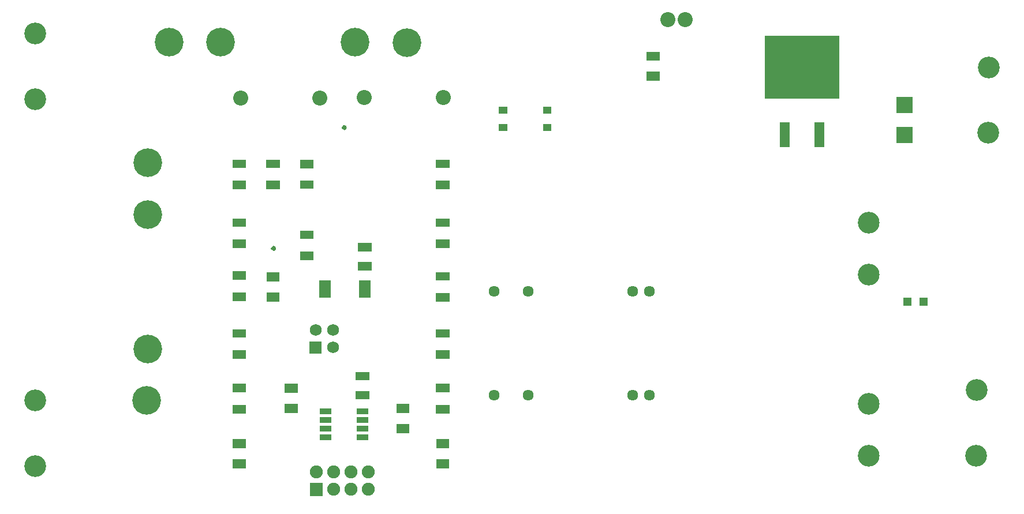
<source format=gts>
G04 Layer: TopSolderMaskLayer*
G04 EasyEDA v6.4.19.3, 2021-03-31T08:50:56+02:00*
G04 7e8d071977a24ced90268045b7a9a018,03b0b1bb86a94345b9bcc081285aab9b,10*
G04 Gerber Generator version 0.2*
G04 Scale: 100 percent, Rotated: No, Reflected: No *
G04 Dimensions in inches *
G04 leading zeros omitted , absolute positions ,3 integer and 6 decimal *
%FSLAX36Y36*%
%MOIN*%

%ADD11C,0.0157*%
%ADD40C,0.0680*%
%ADD42C,0.0749*%
%ADD45C,0.0867*%
%ADD46C,0.1655*%
%ADD47C,0.1261*%
%ADD48C,0.0634*%
%ADD58C,0.1253*%

%LPD*%
G36*
X2481000Y925999D02*
G01*
X2481000Y994000D01*
X2548999Y994000D01*
X2548999Y925999D01*
G37*
D40*
G01*
X2515000Y1060000D03*
G01*
X2615000Y960000D03*
G01*
X2615000Y1060000D03*
G36*
X2482500Y102500D02*
G01*
X2482500Y177500D01*
X2557500Y177500D01*
X2557500Y102500D01*
G37*
D42*
G01*
X2520000Y240000D03*
G01*
X2620000Y140000D03*
G01*
X2620000Y240000D03*
G01*
X2720000Y140000D03*
G01*
X2720000Y240000D03*
G01*
X2820000Y140000D03*
G01*
X2820000Y240000D03*
G36*
X5868699Y2314299D02*
G01*
X5868699Y2408899D01*
X5961300Y2408899D01*
X5961300Y2314299D01*
G37*
G36*
X5868699Y2141100D02*
G01*
X5868699Y2235700D01*
X5961300Y2235700D01*
X5961300Y2141100D01*
G37*
G36*
X4427500Y2502300D02*
G01*
X4427500Y2553600D01*
X4502500Y2553600D01*
X4502500Y2502300D01*
G37*
G36*
X4427500Y2616399D02*
G01*
X4427500Y2667700D01*
X4502500Y2667700D01*
X4502500Y2616399D01*
G37*
D45*
G01*
X4550000Y2855000D03*
G01*
X4650000Y2855000D03*
G01*
X2081649Y2400000D03*
G01*
X2538350Y2400000D03*
G01*
X3253350Y2405000D03*
G01*
X2796649Y2405000D03*
D46*
G01*
X2742790Y2725000D03*
G01*
X3042010Y2720000D03*
G01*
X1967200Y2725000D03*
G01*
X1667989Y2725000D03*
D47*
G01*
X6401999Y2579000D03*
G01*
X6401059Y2199980D03*
G01*
X896700Y2395999D03*
G01*
X897640Y2775019D03*
G01*
X896700Y275999D03*
G01*
X897640Y655019D03*
D48*
G01*
X4443819Y1284209D03*
G01*
X4345389Y1284209D03*
G01*
X3743029Y1284209D03*
G01*
X3546180Y1284209D03*
G01*
X3546180Y685790D03*
G01*
X3743029Y685790D03*
G01*
X4345389Y685790D03*
G01*
X4443819Y685790D03*
G36*
X2536300Y1323000D02*
G01*
X2536300Y1348699D01*
X2602399Y1348699D01*
X2602399Y1323000D01*
G37*
G36*
X2536300Y1297399D02*
G01*
X2536300Y1323099D01*
X2602399Y1323099D01*
X2602399Y1297399D01*
G37*
G36*
X2536300Y1271799D02*
G01*
X2536300Y1297500D01*
X2602399Y1297500D01*
X2602399Y1271799D01*
G37*
G36*
X2536300Y1246199D02*
G01*
X2536300Y1271900D01*
X2602399Y1271900D01*
X2602399Y1246199D01*
G37*
G36*
X2767600Y1246199D02*
G01*
X2767600Y1271900D01*
X2833699Y1271900D01*
X2833699Y1246199D01*
G37*
G36*
X2767600Y1271799D02*
G01*
X2767600Y1297500D01*
X2833699Y1297500D01*
X2833699Y1271799D01*
G37*
G36*
X2767600Y1297399D02*
G01*
X2767600Y1323099D01*
X2833699Y1323099D01*
X2833699Y1297399D01*
G37*
G36*
X2767600Y1323000D02*
G01*
X2767600Y1348699D01*
X2833699Y1348699D01*
X2833699Y1323000D01*
G37*
G36*
X2539200Y573200D02*
G01*
X2539200Y606799D01*
X2607399Y606799D01*
X2607399Y573200D01*
G37*
G36*
X2539200Y523200D02*
G01*
X2539200Y556799D01*
X2607399Y556799D01*
X2607399Y523200D01*
G37*
G36*
X2539200Y473200D02*
G01*
X2539200Y506799D01*
X2607399Y506799D01*
X2607399Y473200D01*
G37*
G36*
X2539200Y423200D02*
G01*
X2539200Y456799D01*
X2607399Y456799D01*
X2607399Y423200D01*
G37*
G36*
X2752700Y423200D02*
G01*
X2752700Y456799D01*
X2820799Y456799D01*
X2820799Y423200D01*
G37*
G36*
X2752700Y473200D02*
G01*
X2752700Y506799D01*
X2820799Y506799D01*
X2820799Y473200D01*
G37*
G36*
X2752700Y523200D02*
G01*
X2752700Y556799D01*
X2820799Y556799D01*
X2820799Y523200D01*
G37*
G36*
X2752700Y573200D02*
G01*
X2752700Y606799D01*
X2820799Y606799D01*
X2820799Y573200D01*
G37*
G36*
X2745200Y770999D02*
G01*
X2745200Y819200D01*
X2824799Y819200D01*
X2824799Y770999D01*
G37*
G36*
X2745200Y660799D02*
G01*
X2745200Y709000D01*
X2824799Y709000D01*
X2824799Y660799D01*
G37*
G36*
X2760200Y1405799D02*
G01*
X2760200Y1454000D01*
X2839799Y1454000D01*
X2839799Y1405799D01*
G37*
G36*
X2760200Y1515999D02*
G01*
X2760200Y1564200D01*
X2839799Y1564200D01*
X2839799Y1515999D01*
G37*
G36*
X2425600Y1464299D02*
G01*
X2425600Y1513600D01*
X2504399Y1513600D01*
X2504399Y1464299D01*
G37*
G36*
X2425600Y1586300D02*
G01*
X2425600Y1635700D01*
X2504399Y1635700D01*
X2504399Y1586300D01*
G37*
G36*
X2230600Y1996300D02*
G01*
X2230600Y2045700D01*
X2309399Y2045700D01*
X2309399Y1996300D01*
G37*
G36*
X2230600Y1874299D02*
G01*
X2230600Y1923600D01*
X2309399Y1923600D01*
X2309399Y1874299D01*
G37*
G36*
X2425600Y1876300D02*
G01*
X2425600Y1925599D01*
X2504399Y1925599D01*
X2504399Y1876300D01*
G37*
G36*
X2425600Y1994400D02*
G01*
X2425600Y2043699D01*
X2504399Y2043699D01*
X2504399Y1994400D01*
G37*
G36*
X3210600Y579299D02*
G01*
X3210600Y628600D01*
X3289399Y628600D01*
X3289399Y579299D01*
G37*
G36*
X3210600Y701300D02*
G01*
X3210600Y750700D01*
X3289399Y750700D01*
X3289399Y701300D01*
G37*
G36*
X3210600Y894299D02*
G01*
X3210600Y943600D01*
X3289399Y943600D01*
X3289399Y894299D01*
G37*
G36*
X3210600Y1016300D02*
G01*
X3210600Y1065700D01*
X3289399Y1065700D01*
X3289399Y1016300D01*
G37*
G36*
X3210600Y1224299D02*
G01*
X3210600Y1273600D01*
X3289399Y1273600D01*
X3289399Y1224299D01*
G37*
G36*
X3210600Y1346300D02*
G01*
X3210600Y1395700D01*
X3289399Y1395700D01*
X3289399Y1346300D01*
G37*
G36*
X3210600Y1534299D02*
G01*
X3210600Y1583600D01*
X3289399Y1583600D01*
X3289399Y1534299D01*
G37*
G36*
X3210600Y1656300D02*
G01*
X3210600Y1705700D01*
X3289399Y1705700D01*
X3289399Y1656300D01*
G37*
G36*
X3210600Y1874299D02*
G01*
X3210600Y1923600D01*
X3289399Y1923600D01*
X3289399Y1874299D01*
G37*
G36*
X3210600Y1996300D02*
G01*
X3210600Y2045700D01*
X3289399Y2045700D01*
X3289399Y1996300D01*
G37*
G36*
X2035600Y1874299D02*
G01*
X2035600Y1923600D01*
X2114399Y1923600D01*
X2114399Y1874299D01*
G37*
G36*
X2035600Y1996300D02*
G01*
X2035600Y2045700D01*
X2114399Y2045700D01*
X2114399Y1996300D01*
G37*
G36*
X2035600Y1534299D02*
G01*
X2035600Y1583600D01*
X2114399Y1583600D01*
X2114399Y1534299D01*
G37*
G36*
X2035600Y1656300D02*
G01*
X2035600Y1705700D01*
X2114399Y1705700D01*
X2114399Y1656300D01*
G37*
G36*
X2035600Y1229299D02*
G01*
X2035600Y1278600D01*
X2114399Y1278600D01*
X2114399Y1229299D01*
G37*
G36*
X2035600Y1351300D02*
G01*
X2035600Y1400700D01*
X2114399Y1400700D01*
X2114399Y1351300D01*
G37*
G36*
X2035600Y894299D02*
G01*
X2035600Y943600D01*
X2114399Y943600D01*
X2114399Y894299D01*
G37*
G36*
X2035600Y1016300D02*
G01*
X2035600Y1065700D01*
X2114399Y1065700D01*
X2114399Y1016300D01*
G37*
G36*
X2035600Y579299D02*
G01*
X2035600Y628600D01*
X2114399Y628600D01*
X2114399Y579299D01*
G37*
G36*
X2035600Y701300D02*
G01*
X2035600Y750700D01*
X2114399Y750700D01*
X2114399Y701300D01*
G37*
G36*
X3573900Y2310200D02*
G01*
X3573900Y2349699D01*
X3621199Y2349699D01*
X3621199Y2310200D01*
G37*
G36*
X3573900Y2210200D02*
G01*
X3573900Y2249699D01*
X3621199Y2249699D01*
X3621199Y2210200D01*
G37*
G36*
X3829799Y2210200D02*
G01*
X3829799Y2249699D01*
X3877100Y2249699D01*
X3877100Y2210200D01*
G37*
G36*
X3829799Y2310200D02*
G01*
X3829799Y2349699D01*
X3877100Y2349699D01*
X3877100Y2310200D01*
G37*
G36*
X2232500Y1342100D02*
G01*
X2232500Y1395399D01*
X2307500Y1395399D01*
X2307500Y1342100D01*
G37*
G36*
X2232500Y1224000D02*
G01*
X2232500Y1277300D01*
X2307500Y1277300D01*
X2307500Y1224000D01*
G37*
G36*
X3212500Y259600D02*
G01*
X3212500Y312899D01*
X3287500Y312899D01*
X3287500Y259600D01*
G37*
G36*
X3212500Y377699D02*
G01*
X3212500Y430999D01*
X3287500Y430999D01*
X3287500Y377699D01*
G37*
G36*
X2982500Y582100D02*
G01*
X2982500Y635399D01*
X3057500Y635399D01*
X3057500Y582100D01*
G37*
G36*
X2982500Y464000D02*
G01*
X2982500Y517300D01*
X3057500Y517300D01*
X3057500Y464000D01*
G37*
G36*
X2337500Y579600D02*
G01*
X2337500Y632899D01*
X2412500Y632899D01*
X2412500Y579600D01*
G37*
G36*
X2337500Y697699D02*
G01*
X2337500Y750999D01*
X2412500Y750999D01*
X2412500Y697699D01*
G37*
G36*
X2037500Y259600D02*
G01*
X2037500Y312899D01*
X2112500Y312899D01*
X2112500Y259600D01*
G37*
G36*
X2037500Y377699D02*
G01*
X2037500Y430999D01*
X2112500Y430999D01*
X2112500Y377699D01*
G37*
G36*
X5196800Y2117399D02*
G01*
X5196800Y2260399D01*
X5254300Y2260399D01*
X5254300Y2117399D01*
G37*
G36*
X5111000Y2397399D02*
G01*
X5111000Y2760399D01*
X5538999Y2760399D01*
X5538999Y2397399D01*
G37*
G36*
X5395699Y2117399D02*
G01*
X5395699Y2260399D01*
X5453199Y2260399D01*
X5453199Y2117399D01*
G37*
D47*
G01*
X6331999Y714000D03*
G01*
X6331059Y334980D03*
G36*
X6003599Y1201300D02*
G01*
X6003599Y1248699D01*
X6050900Y1248699D01*
X6050900Y1201300D01*
G37*
G36*
X5909099Y1201300D02*
G01*
X5909099Y1248699D01*
X5956400Y1248699D01*
X5956400Y1201300D01*
G37*
D46*
G01*
X1545000Y952210D03*
G01*
X1540000Y652989D03*
G01*
X1545000Y1727800D03*
G01*
X1545000Y2027010D03*
D58*
G01*
X5710000Y1682010D03*
G01*
X5710000Y1382010D03*
G01*
X5710000Y335000D03*
G01*
X5710000Y635000D03*
D11*
G75*
G01
X2278840Y1532130D02*
G03X2278840Y1532130I-7070J0D01*
G75*
G01
X2687070Y2230000D02*
G03X2687070Y2230000I-7070J0D01*
M02*

</source>
